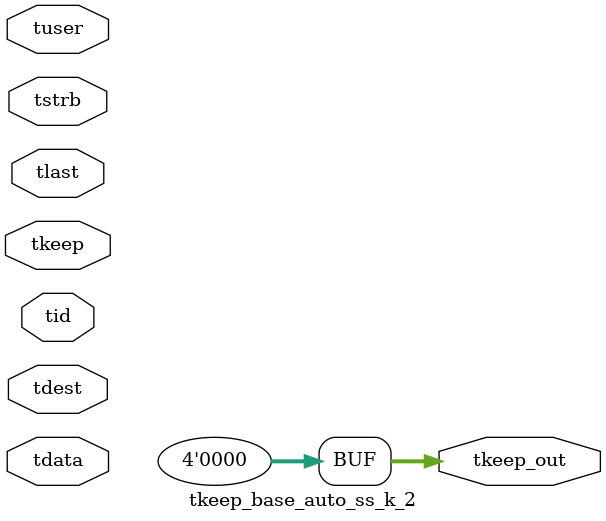
<source format=v>


`timescale 1ps/1ps

module tkeep_base_auto_ss_k_2 #
(
parameter C_S_AXIS_TDATA_WIDTH = 32,
parameter C_S_AXIS_TUSER_WIDTH = 0,
parameter C_S_AXIS_TID_WIDTH   = 0,
parameter C_S_AXIS_TDEST_WIDTH = 0,
parameter C_M_AXIS_TDATA_WIDTH = 32
)
(
input  [(C_S_AXIS_TDATA_WIDTH == 0 ? 1 : C_S_AXIS_TDATA_WIDTH)-1:0     ] tdata,
input  [(C_S_AXIS_TUSER_WIDTH == 0 ? 1 : C_S_AXIS_TUSER_WIDTH)-1:0     ] tuser,
input  [(C_S_AXIS_TID_WIDTH   == 0 ? 1 : C_S_AXIS_TID_WIDTH)-1:0       ] tid,
input  [(C_S_AXIS_TDEST_WIDTH == 0 ? 1 : C_S_AXIS_TDEST_WIDTH)-1:0     ] tdest,
input  [(C_S_AXIS_TDATA_WIDTH/8)-1:0 ] tkeep,
input  [(C_S_AXIS_TDATA_WIDTH/8)-1:0 ] tstrb,
input                                                                    tlast,
output [(C_M_AXIS_TDATA_WIDTH/8)-1:0 ] tkeep_out
);

assign tkeep_out = {1'b0};

endmodule


</source>
